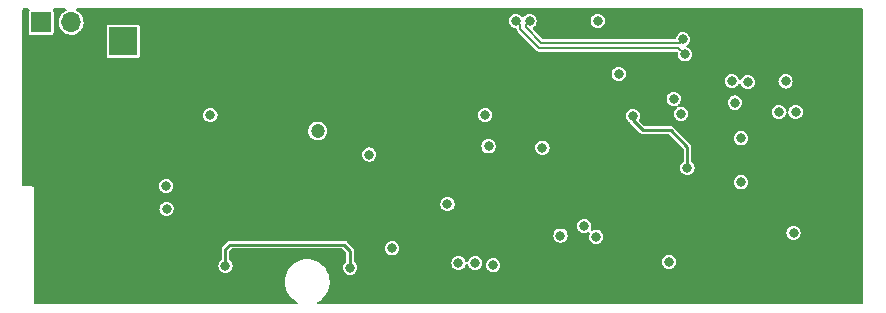
<source format=gbr>
%TF.GenerationSoftware,KiCad,Pcbnew,8.0.4*%
%TF.CreationDate,2024-09-18T09:12:31+01:00*%
%TF.ProjectId,BG95V4,42473935-5634-42e6-9b69-6361645f7063,rev?*%
%TF.SameCoordinates,Original*%
%TF.FileFunction,Copper,L2,Inr*%
%TF.FilePolarity,Positive*%
%FSLAX46Y46*%
G04 Gerber Fmt 4.6, Leading zero omitted, Abs format (unit mm)*
G04 Created by KiCad (PCBNEW 8.0.4) date 2024-09-18 09:12:31*
%MOMM*%
%LPD*%
G01*
G04 APERTURE LIST*
%TA.AperFunction,ComponentPad*%
%ADD10R,2.400000X2.400000*%
%TD*%
%TA.AperFunction,ComponentPad*%
%ADD11C,2.400000*%
%TD*%
%TA.AperFunction,ComponentPad*%
%ADD12R,1.700000X1.700000*%
%TD*%
%TA.AperFunction,ComponentPad*%
%ADD13O,1.700000X1.700000*%
%TD*%
%TA.AperFunction,ViaPad*%
%ADD14C,0.800000*%
%TD*%
%TA.AperFunction,ViaPad*%
%ADD15C,1.200000*%
%TD*%
%TA.AperFunction,Conductor*%
%ADD16C,0.250000*%
%TD*%
%TA.AperFunction,Conductor*%
%ADD17C,0.200000*%
%TD*%
G04 APERTURE END LIST*
D10*
%TO.N,/+3V6d*%
%TO.C,BT1*%
X11750000Y19500000D03*
D11*
%TO.N,GND*%
X11750000Y-1500000D03*
X15500000Y-1500000D03*
X8000000Y-1500000D03*
%TD*%
D12*
%TO.N,/+3V6*%
%TO.C,J1*%
X4800000Y21100000D03*
D13*
%TO.N,/+3V6d*%
X7340000Y21100000D03*
%TD*%
D14*
%TO.N,GND*%
X73533000Y13685394D03*
X31369000Y17399000D03*
X39370000Y16510000D03*
X73533000Y6065394D03*
X65913000Y21305394D03*
X73533000Y985394D03*
X73533000Y8605394D03*
X58432288Y3644211D03*
X48133000Y-1554606D03*
X15113000Y11145394D03*
X36195000Y13335000D03*
X70993000Y8605394D03*
X17653000Y-1554606D03*
X37973000Y-1554606D03*
X58293000Y-1554606D03*
X63373000Y21305394D03*
X44450000Y8890000D03*
X4749800Y15214600D03*
X35560000Y-1270000D03*
X30353000Y21305394D03*
X60147200Y10947400D03*
X73533000Y-1554606D03*
X41910000Y8890000D03*
X31496000Y13208000D03*
X18135600Y16179800D03*
X22733000Y16225394D03*
X20193000Y-1554606D03*
X7493000Y18765394D03*
X12573000Y11145394D03*
X70993000Y11145394D03*
X53213000Y-1554606D03*
X32893000Y13208000D03*
X60833000Y21305394D03*
X28575000Y13462000D03*
X55880000Y-1270000D03*
X36195000Y14478000D03*
X25273000Y985394D03*
X45720000Y-1270000D03*
X45593000Y3525394D03*
X12573000Y8605394D03*
X25908000Y14859000D03*
X22733000Y-1554606D03*
X15113000Y3525394D03*
X68453000Y21305394D03*
X10033000Y3525394D03*
X22707600Y21285200D03*
X32893000Y-1554606D03*
X25400000Y3810000D03*
X36195000Y16637000D03*
X32893000Y21305394D03*
X49430000Y13150000D03*
X36195000Y15494000D03*
X24511000Y14986000D03*
X22733000Y18765394D03*
X30353000Y-1554606D03*
X27051000Y13335000D03*
X11099800Y17170400D03*
X28829000Y14859000D03*
X14046200Y17170400D03*
X60833000Y-1554606D03*
X31089600Y19634200D03*
X70993000Y13685394D03*
X73533000Y11145394D03*
X70993000Y985394D03*
X68453000Y-1554606D03*
X63373000Y-1554606D03*
X54250000Y6740000D03*
X13106400Y13055600D03*
X10033000Y11145394D03*
X70993000Y3525394D03*
X20193000Y3525394D03*
X70993000Y-1554606D03*
X4953000Y11145394D03*
X73533000Y3525394D03*
X40640000Y-1270000D03*
X30607000Y14859000D03*
X50800000Y-1270000D03*
X7493000Y985394D03*
X43053000Y-1554606D03*
X9779000Y13055600D03*
X8331200Y17043400D03*
%TO.N,/uGND*%
X42675000Y10600000D03*
X34510000Y1960000D03*
X42400000Y13250000D03*
%TO.N,/uRST*%
X41540000Y719989D03*
%TO.N,/uCLK*%
X32580000Y9900000D03*
X39200000Y5700000D03*
%TO.N,/uData*%
X40130000Y720000D03*
%TO.N,/uVDD*%
X43070000Y530000D03*
%TO.N,/VBAT*%
X57960000Y830000D03*
X47233980Y10491020D03*
D15*
X28200000Y11900000D03*
D14*
%TO.N,/uStatus*%
X67825000Y16100000D03*
%TO.N,/uPWRKEY*%
X68675000Y13500000D03*
%TO.N,/uDTR*%
X63275000Y16125000D03*
%TO.N,/TxD*%
X64050000Y11275000D03*
%TO.N,/RxD*%
X64050000Y7550000D03*
%TO.N,/uDCD*%
X64625000Y16025000D03*
%TO.N,Net-(Q1-Pad3)*%
X15417800Y5308600D03*
%TO.N,/RXD*%
X50775000Y3850000D03*
%TO.N,/TXD*%
X51800000Y2950000D03*
%TO.N,/VDD_EXT*%
X58350000Y14625000D03*
%TO.N,/DTR*%
X58975000Y13350000D03*
%TO.N,/DCD*%
X48768000Y3048000D03*
%TO.N,/PWRKEY*%
X51917600Y21234400D03*
%TO.N,/Status*%
X53695600Y16738600D03*
%TO.N,/Alim*%
X20400000Y475000D03*
X30962600Y330200D03*
%TO.N,/+3V6d*%
X19126200Y13233400D03*
X15392400Y7239000D03*
%TO.N,/+3V3_UC*%
X68500000Y3275000D03*
X67250000Y13500000D03*
X63525000Y14300000D03*
%TO.N,/T*%
X59512200Y8763000D03*
X54889400Y13182600D03*
%TO.N,/D+*%
X59283600Y18389600D03*
X44983400Y21234400D03*
%TO.N,/D-*%
X46151800Y21183600D03*
X59125498Y19659600D03*
%TD*%
D16*
%TO.N,/Alim*%
X30454600Y2286000D02*
X20802600Y2286000D01*
X20400000Y1883400D02*
X20400000Y475000D01*
X20802600Y2286000D02*
X20400000Y1883400D01*
X30962600Y1778000D02*
X30454600Y2286000D01*
X30962600Y330200D02*
X30962600Y1778000D01*
%TO.N,/T*%
X54889400Y12801600D02*
X54889400Y13182600D01*
X58089800Y11963400D02*
X55727600Y11963400D01*
X59512200Y8763000D02*
X59512200Y10541000D01*
X59512200Y10541000D02*
X58089800Y11963400D01*
X55727600Y11963400D02*
X54889400Y12801600D01*
D17*
%TO.N,/D+*%
X45367999Y20849801D02*
X45367999Y20531601D01*
X44983400Y21234400D02*
X45367999Y20849801D01*
X58746600Y18926600D02*
X59283600Y18389600D01*
X46973000Y18926600D02*
X58746600Y18926600D01*
X45367999Y20531601D02*
X46973000Y18926600D01*
%TO.N,/D-*%
X46151800Y21183600D02*
X45818001Y20849801D01*
X45818001Y20849801D02*
X45818001Y20717999D01*
X58848200Y19376600D02*
X59131200Y19659600D01*
X47159400Y19376600D02*
X58848200Y19376600D01*
X59131200Y19659600D02*
X59125498Y19659600D01*
X45818001Y20717999D02*
X47159400Y19376600D01*
%TD*%
%TA.AperFunction,Conductor*%
%TO.N,GND*%
G36*
X3764691Y22264398D02*
G01*
X3811184Y22210742D01*
X3821288Y22140468D01*
X3801335Y22088398D01*
X3768027Y22038550D01*
X3768025Y22038546D01*
X3761133Y22028231D01*
X3749500Y21969748D01*
X3749500Y20230252D01*
X3750707Y20224184D01*
X3754331Y20205967D01*
X3761133Y20171769D01*
X3805448Y20105448D01*
X3871769Y20061133D01*
X3883938Y20058712D01*
X3883939Y20058712D01*
X3924184Y20050707D01*
X3930252Y20049500D01*
X5669748Y20049500D01*
X5675816Y20050707D01*
X5716061Y20058712D01*
X5716062Y20058712D01*
X5728231Y20061133D01*
X5794552Y20105448D01*
X5838867Y20171769D01*
X5845670Y20205967D01*
X5849293Y20224184D01*
X5850500Y20230252D01*
X5850500Y21969748D01*
X5838867Y22028231D01*
X5831975Y22038546D01*
X5831973Y22038550D01*
X5798665Y22088398D01*
X5777450Y22156150D01*
X5796233Y22224617D01*
X5849050Y22272061D01*
X5903430Y22284400D01*
X6825022Y22284400D01*
X6893143Y22264398D01*
X6939636Y22210742D01*
X6949740Y22140468D01*
X6920246Y22075888D01*
X6883398Y22046739D01*
X6762002Y21983274D01*
X6757201Y21979414D01*
X6757198Y21979412D01*
X6606254Y21858050D01*
X6601447Y21854185D01*
X6469024Y21696370D01*
X6466056Y21690972D01*
X6466053Y21690967D01*
X6396451Y21564360D01*
X6369776Y21515838D01*
X6307484Y21319468D01*
X6306798Y21313351D01*
X6306797Y21313347D01*
X6285207Y21120863D01*
X6284520Y21114738D01*
X6301759Y20909447D01*
X6303458Y20903522D01*
X6345955Y20755318D01*
X6358544Y20711414D01*
X6361359Y20705937D01*
X6361360Y20705934D01*
X6425122Y20581866D01*
X6452712Y20528182D01*
X6580677Y20366730D01*
X6585370Y20362736D01*
X6585371Y20362735D01*
X6608499Y20343052D01*
X6737564Y20233209D01*
X6917398Y20132703D01*
X7001280Y20105448D01*
X7107471Y20070944D01*
X7107475Y20070943D01*
X7113329Y20069041D01*
X7317894Y20044649D01*
X7324029Y20045121D01*
X7324031Y20045121D01*
X7396625Y20050707D01*
X7523300Y20060454D01*
X7529230Y20062110D01*
X7529232Y20062110D01*
X7715797Y20114200D01*
X7715796Y20114200D01*
X7721725Y20115855D01*
X7727214Y20118628D01*
X7727220Y20118630D01*
X7900116Y20205967D01*
X7905610Y20208742D01*
X7952943Y20245722D01*
X8063101Y20331787D01*
X8067951Y20335576D01*
X8117248Y20392687D01*
X8198540Y20486866D01*
X8198540Y20486867D01*
X8202564Y20491528D01*
X8216032Y20515235D01*
X8281111Y20629796D01*
X8304323Y20670656D01*
X8369351Y20866137D01*
X8395171Y21070526D01*
X8395583Y21100000D01*
X8382405Y21234400D01*
X44377718Y21234400D01*
X44398356Y21077638D01*
X44458864Y20931559D01*
X44555118Y20806118D01*
X44680559Y20709864D01*
X44826638Y20649356D01*
X44875388Y20642938D01*
X44957945Y20632069D01*
X45022873Y20603347D01*
X45061964Y20544081D01*
X45066296Y20515173D01*
X45066966Y20515235D01*
X45067499Y20509461D01*
X45067499Y20503653D01*
X45068381Y20498918D01*
X45068609Y20495392D01*
X45069773Y20464393D01*
X45074363Y20453708D01*
X45075400Y20449108D01*
X45078961Y20437387D01*
X45080660Y20432984D01*
X45082790Y20421548D01*
X45088894Y20411646D01*
X45095726Y20400562D01*
X45104230Y20384190D01*
X45110450Y20369713D01*
X45110452Y20369709D01*
X45113963Y20361538D01*
X45117977Y20356652D01*
X45120162Y20354467D01*
X45122214Y20352204D01*
X45122054Y20352059D01*
X45129174Y20343052D01*
X45135426Y20336157D01*
X45141531Y20326253D01*
X45163319Y20309685D01*
X45176138Y20298491D01*
X46723481Y18751148D01*
X46725237Y18749114D01*
X46727575Y18744331D01*
X46736104Y18736419D01*
X46736105Y18736418D01*
X46763477Y18711027D01*
X46766882Y18707747D01*
X46780277Y18694352D01*
X46784247Y18691628D01*
X46786895Y18689303D01*
X46801119Y18676108D01*
X46801122Y18676106D01*
X46809646Y18668199D01*
X46820450Y18663889D01*
X46824439Y18661367D01*
X46835227Y18655606D01*
X46839552Y18653689D01*
X46849146Y18647108D01*
X46860465Y18644422D01*
X46860467Y18644421D01*
X46873127Y18641417D01*
X46890724Y18635852D01*
X46905362Y18630012D01*
X46905365Y18630011D01*
X46913622Y18626717D01*
X46919915Y18626100D01*
X46922994Y18626100D01*
X46926067Y18625950D01*
X46926056Y18625734D01*
X46937431Y18624402D01*
X46946746Y18623946D01*
X46958066Y18621260D01*
X46969595Y18622829D01*
X46969596Y18622829D01*
X46985173Y18624949D01*
X47002164Y18626100D01*
X58565378Y18626100D01*
X58633499Y18606098D01*
X58679992Y18552442D01*
X58690300Y18483654D01*
X58677918Y18389600D01*
X58698556Y18232838D01*
X58759064Y18086759D01*
X58855318Y17961318D01*
X58980759Y17865064D01*
X59126838Y17804556D01*
X59283600Y17783918D01*
X59291788Y17784996D01*
X59432174Y17803478D01*
X59440362Y17804556D01*
X59586441Y17865064D01*
X59711882Y17961318D01*
X59808136Y18086759D01*
X59868644Y18232838D01*
X59889282Y18389600D01*
X59868644Y18546362D01*
X59808136Y18692441D01*
X59711882Y18817882D01*
X59586441Y18914136D01*
X59498409Y18950600D01*
X59443128Y18995148D01*
X59420707Y19062512D01*
X59438265Y19131303D01*
X59469923Y19166971D01*
X59547230Y19226291D01*
X59547234Y19226295D01*
X59553780Y19231318D01*
X59650034Y19356759D01*
X59710542Y19502838D01*
X59731180Y19659600D01*
X59710542Y19816362D01*
X59650034Y19962441D01*
X59574305Y20061133D01*
X59558803Y20081336D01*
X59553780Y20087882D01*
X59530888Y20105448D01*
X59434890Y20179109D01*
X59428339Y20184136D01*
X59282260Y20244644D01*
X59125498Y20265282D01*
X58968736Y20244644D01*
X58822657Y20184136D01*
X58816106Y20179109D01*
X58720109Y20105448D01*
X58697216Y20087882D01*
X58692193Y20081336D01*
X58676691Y20061133D01*
X58600962Y19962441D01*
X58540454Y19816362D01*
X58539376Y19808174D01*
X58536543Y19786654D01*
X58507821Y19721727D01*
X58448556Y19682635D01*
X58411621Y19677100D01*
X47336063Y19677100D01*
X47267942Y19697102D01*
X47246968Y19714004D01*
X46862415Y20098557D01*
X46469815Y20491156D01*
X46435790Y20553469D01*
X46440854Y20624284D01*
X46482206Y20680214D01*
X46573532Y20750291D01*
X46573536Y20750295D01*
X46580082Y20755318D01*
X46676336Y20880759D01*
X46736844Y21026838D01*
X46757482Y21183600D01*
X46750794Y21234400D01*
X51311918Y21234400D01*
X51332556Y21077638D01*
X51393064Y20931559D01*
X51489318Y20806118D01*
X51614759Y20709864D01*
X51760838Y20649356D01*
X51917600Y20628718D01*
X51925788Y20629796D01*
X51943054Y20632069D01*
X52074362Y20649356D01*
X52220441Y20709864D01*
X52345882Y20806118D01*
X52442136Y20931559D01*
X52502644Y21077638D01*
X52523282Y21234400D01*
X52502644Y21391162D01*
X52442136Y21537241D01*
X52345882Y21662682D01*
X52220441Y21758936D01*
X52074362Y21819444D01*
X51917600Y21840082D01*
X51760838Y21819444D01*
X51614759Y21758936D01*
X51489318Y21662682D01*
X51393064Y21537241D01*
X51332556Y21391162D01*
X51311918Y21234400D01*
X46750794Y21234400D01*
X46736844Y21340362D01*
X46676336Y21486441D01*
X46580082Y21611882D01*
X46454641Y21708136D01*
X46308562Y21768644D01*
X46151800Y21789282D01*
X45995038Y21768644D01*
X45848959Y21708136D01*
X45723518Y21611882D01*
X45718495Y21605336D01*
X45718491Y21605332D01*
X45687052Y21564360D01*
X45629714Y21522493D01*
X45558843Y21518271D01*
X45496941Y21553035D01*
X45487127Y21564360D01*
X45416705Y21656136D01*
X45411682Y21662682D01*
X45286241Y21758936D01*
X45140162Y21819444D01*
X44983400Y21840082D01*
X44826638Y21819444D01*
X44680559Y21758936D01*
X44555118Y21662682D01*
X44458864Y21537241D01*
X44398356Y21391162D01*
X44377718Y21234400D01*
X8382405Y21234400D01*
X8375480Y21305030D01*
X8315935Y21502251D01*
X8219218Y21684151D01*
X8111453Y21816284D01*
X8092906Y21839025D01*
X8092903Y21839028D01*
X8089011Y21843800D01*
X8071786Y21858050D01*
X7935025Y21971189D01*
X7935021Y21971191D01*
X7930275Y21975118D01*
X7854552Y22016061D01*
X7796289Y22047564D01*
X7745880Y22097559D01*
X7730503Y22166870D01*
X7755039Y22233492D01*
X7811699Y22276273D01*
X7856218Y22284400D01*
X74293200Y22284400D01*
X74361321Y22264398D01*
X74407814Y22210742D01*
X74419200Y22158400D01*
X74419200Y-2654000D01*
X74399198Y-2722121D01*
X74345542Y-2768614D01*
X74293200Y-2780000D01*
X28280674Y-2780000D01*
X28212553Y-2759998D01*
X28166060Y-2706342D01*
X28155956Y-2636068D01*
X28185450Y-2571488D01*
X28219492Y-2543851D01*
X28369835Y-2460343D01*
X28369836Y-2460342D01*
X28373828Y-2458125D01*
X28593078Y-2290798D01*
X28596273Y-2287530D01*
X28782683Y-2096842D01*
X28782687Y-2096837D01*
X28785877Y-2093574D01*
X28948187Y-1870584D01*
X29076606Y-1626499D01*
X29168445Y-1366432D01*
X29204916Y-1181392D01*
X29220899Y-1100304D01*
X29220900Y-1100298D01*
X29221780Y-1095832D01*
X29222007Y-1091276D01*
X29235267Y-824936D01*
X29235267Y-824930D01*
X29235494Y-820367D01*
X29209298Y-545808D01*
X29143743Y-277906D01*
X29040201Y-22274D01*
X29037900Y-18344D01*
X29037897Y-18338D01*
X28903145Y211803D01*
X28903140Y211810D01*
X28900842Y215735D01*
X28874946Y248116D01*
X28731436Y427566D01*
X28731435Y427567D01*
X28728584Y431132D01*
X28677584Y478774D01*
X28530372Y616292D01*
X28530369Y616294D01*
X28527036Y619408D01*
X28300421Y776616D01*
X28261639Y795910D01*
X28057573Y897432D01*
X28057570Y897433D01*
X28053486Y899465D01*
X27791402Y985380D01*
X27783443Y986762D01*
X27523443Y1031906D01*
X27523435Y1031907D01*
X27519662Y1032562D01*
X27509429Y1033071D01*
X27434095Y1036822D01*
X27434087Y1036822D01*
X27432524Y1036900D01*
X27260330Y1036900D01*
X27258062Y1036735D01*
X27258050Y1036735D01*
X27123797Y1026994D01*
X27055317Y1022025D01*
X27050862Y1021041D01*
X27050859Y1021041D01*
X26790453Y963548D01*
X26790450Y963547D01*
X26785997Y962564D01*
X26528081Y864849D01*
X26524094Y862635D01*
X26524093Y862634D01*
X26444639Y818501D01*
X26286972Y730925D01*
X26067722Y563598D01*
X26064529Y560332D01*
X26064527Y560330D01*
X25878117Y369642D01*
X25878113Y369637D01*
X25874923Y366374D01*
X25872236Y362682D01*
X25872234Y362680D01*
X25728936Y165809D01*
X25712613Y143384D01*
X25584194Y-100701D01*
X25492355Y-360768D01*
X25491475Y-365234D01*
X25454987Y-550360D01*
X25439020Y-631368D01*
X25438793Y-635922D01*
X25438793Y-635924D01*
X25429611Y-820367D01*
X25425306Y-906833D01*
X25451502Y-1181392D01*
X25517057Y-1449294D01*
X25620599Y-1704926D01*
X25622900Y-1708856D01*
X25622903Y-1708862D01*
X25757655Y-1939003D01*
X25757660Y-1939010D01*
X25759958Y-1942935D01*
X25762805Y-1946495D01*
X25880428Y-2093574D01*
X25932216Y-2158332D01*
X26133764Y-2346608D01*
X26360379Y-2503816D01*
X26364455Y-2505844D01*
X26364457Y-2505845D01*
X26435501Y-2541189D01*
X26487582Y-2589440D01*
X26505308Y-2658188D01*
X26483053Y-2725606D01*
X26427882Y-2770290D01*
X26379378Y-2780000D01*
X4326000Y-2780000D01*
X4257879Y-2759998D01*
X4211386Y-2706342D01*
X4200000Y-2654000D01*
X4200000Y475000D01*
X19794318Y475000D01*
X19814956Y318238D01*
X19875464Y172159D01*
X19971718Y46718D01*
X19978264Y41695D01*
X19996947Y27359D01*
X20097159Y-49536D01*
X20243238Y-110044D01*
X20400000Y-130682D01*
X20408188Y-129604D01*
X20548574Y-111122D01*
X20556762Y-110044D01*
X20702841Y-49536D01*
X20803053Y27359D01*
X20821736Y41695D01*
X20828282Y46718D01*
X20924536Y172159D01*
X20985044Y318238D01*
X21005682Y475000D01*
X20985044Y631762D01*
X20924536Y777841D01*
X20828282Y903282D01*
X20774796Y944323D01*
X20732929Y1001661D01*
X20725500Y1044286D01*
X20725500Y1696383D01*
X20745502Y1764504D01*
X20762405Y1785479D01*
X20900523Y1923596D01*
X20962835Y1957621D01*
X20989618Y1960500D01*
X30267583Y1960500D01*
X30335704Y1940498D01*
X30356679Y1923595D01*
X30600196Y1680077D01*
X30634221Y1617765D01*
X30637100Y1590982D01*
X30637100Y899486D01*
X30617098Y831365D01*
X30587804Y799523D01*
X30534318Y758482D01*
X30438064Y633041D01*
X30377556Y486962D01*
X30356918Y330200D01*
X30377556Y173438D01*
X30438064Y27359D01*
X30534318Y-98082D01*
X30659759Y-194336D01*
X30805838Y-254844D01*
X30962600Y-275482D01*
X30970788Y-274404D01*
X30976326Y-273675D01*
X31119362Y-254844D01*
X31265441Y-194336D01*
X31390882Y-98082D01*
X31487136Y27359D01*
X31547644Y173438D01*
X31568282Y330200D01*
X31547644Y486962D01*
X31487136Y633041D01*
X31420410Y720000D01*
X39524318Y720000D01*
X39544956Y563238D01*
X39605464Y417159D01*
X39701718Y291718D01*
X39827159Y195464D01*
X39973238Y134956D01*
X40130000Y114318D01*
X40138188Y115396D01*
X40278574Y133878D01*
X40286762Y134956D01*
X40432841Y195464D01*
X40558282Y291718D01*
X40654536Y417159D01*
X40711879Y555597D01*
X40711885Y555611D01*
X40711885Y555612D01*
X40715044Y563238D01*
X40715128Y563877D01*
X40750245Y621488D01*
X40814106Y652509D01*
X40884601Y644079D01*
X40939347Y598875D01*
X40954685Y565286D01*
X40954956Y563227D01*
X40958115Y555600D01*
X40958116Y555597D01*
X40972609Y520608D01*
X41015464Y417148D01*
X41111718Y291707D01*
X41237159Y195453D01*
X41364947Y142521D01*
X41375583Y138116D01*
X41383238Y134945D01*
X41540000Y114307D01*
X41548188Y115385D01*
X41688574Y133867D01*
X41696762Y134945D01*
X41704418Y138116D01*
X41715053Y142521D01*
X41842841Y195453D01*
X41968282Y291707D01*
X42064536Y417148D01*
X42111281Y530000D01*
X42464318Y530000D01*
X42484956Y373238D01*
X42545464Y227159D01*
X42587667Y172159D01*
X42631223Y115396D01*
X42641718Y101718D01*
X42767159Y5464D01*
X42844332Y-26502D01*
X42899941Y-49536D01*
X42913238Y-55044D01*
X43070000Y-75682D01*
X43078188Y-74604D01*
X43218574Y-56122D01*
X43226762Y-55044D01*
X43240060Y-49536D01*
X43295668Y-26502D01*
X43372841Y5464D01*
X43498282Y101718D01*
X43508778Y115396D01*
X43552333Y172159D01*
X43594536Y227159D01*
X43655044Y373238D01*
X43675682Y530000D01*
X43655044Y686762D01*
X43595713Y830000D01*
X57354318Y830000D01*
X57374956Y673238D01*
X57435464Y527159D01*
X57531718Y401718D01*
X57657159Y305464D01*
X57803238Y244956D01*
X57960000Y224318D01*
X57968188Y225396D01*
X57981580Y227159D01*
X58116762Y244956D01*
X58262841Y305464D01*
X58388282Y401718D01*
X58484536Y527159D01*
X58545044Y673238D01*
X58565682Y830000D01*
X58545044Y986762D01*
X58484536Y1132841D01*
X58388282Y1258282D01*
X58262841Y1354536D01*
X58116762Y1415044D01*
X57960000Y1435682D01*
X57803238Y1415044D01*
X57657159Y1354536D01*
X57531718Y1258282D01*
X57435464Y1132841D01*
X57374956Y986762D01*
X57354318Y830000D01*
X43595713Y830000D01*
X43594536Y832841D01*
X43498282Y958282D01*
X43372841Y1054536D01*
X43226762Y1115044D01*
X43070000Y1135682D01*
X42913238Y1115044D01*
X42767159Y1054536D01*
X42641718Y958282D01*
X42545464Y832841D01*
X42484956Y686762D01*
X42464318Y530000D01*
X42111281Y530000D01*
X42125044Y563227D01*
X42145682Y719989D01*
X42125044Y876751D01*
X42064536Y1022830D01*
X41968282Y1148271D01*
X41842841Y1244525D01*
X41696762Y1305033D01*
X41540000Y1325671D01*
X41383238Y1305033D01*
X41237159Y1244525D01*
X41111718Y1148271D01*
X41015464Y1022830D01*
X40997133Y978574D01*
X40958121Y884391D01*
X40954956Y876751D01*
X40954872Y876112D01*
X40919755Y818501D01*
X40855894Y787480D01*
X40785399Y795910D01*
X40730653Y841114D01*
X40715315Y874703D01*
X40715044Y876762D01*
X40706771Y896736D01*
X40657696Y1015211D01*
X40654536Y1022841D01*
X40570130Y1132841D01*
X40563305Y1141736D01*
X40558282Y1148282D01*
X40432841Y1244536D01*
X40305053Y1297468D01*
X40294391Y1301884D01*
X40286762Y1305044D01*
X40130000Y1325682D01*
X39973238Y1305044D01*
X39965609Y1301884D01*
X39954947Y1297468D01*
X39827159Y1244536D01*
X39701718Y1148282D01*
X39696695Y1141736D01*
X39689870Y1132841D01*
X39605464Y1022841D01*
X39544956Y876762D01*
X39543878Y868574D01*
X39543388Y864849D01*
X39524318Y720000D01*
X31420410Y720000D01*
X31390882Y758482D01*
X31337396Y799523D01*
X31295529Y856861D01*
X31288100Y899486D01*
X31288100Y1758302D01*
X31288580Y1769284D01*
X31290902Y1795820D01*
X31290902Y1795822D01*
X31291863Y1806807D01*
X31282112Y1843197D01*
X31279732Y1853931D01*
X31275102Y1880188D01*
X31273188Y1891045D01*
X31267676Y1900593D01*
X31266483Y1903870D01*
X31265006Y1907038D01*
X31262153Y1917684D01*
X31240542Y1948548D01*
X31234638Y1957816D01*
X31233377Y1960000D01*
X33904318Y1960000D01*
X33924956Y1803238D01*
X33985464Y1657159D01*
X34081718Y1531718D01*
X34207159Y1435464D01*
X34353238Y1374956D01*
X34510000Y1354318D01*
X34518188Y1355396D01*
X34535659Y1357696D01*
X34666762Y1374956D01*
X34812841Y1435464D01*
X34938282Y1531718D01*
X35034536Y1657159D01*
X35095044Y1803238D01*
X35115682Y1960000D01*
X35095044Y2116762D01*
X35034536Y2262841D01*
X34938282Y2388282D01*
X34812841Y2484536D01*
X34666762Y2545044D01*
X34510000Y2565682D01*
X34353238Y2545044D01*
X34207159Y2484536D01*
X34081718Y2388282D01*
X33985464Y2262841D01*
X33924956Y2116762D01*
X33904318Y1960000D01*
X31233377Y1960000D01*
X31221304Y1980911D01*
X31215794Y1990455D01*
X31186930Y2014675D01*
X31178827Y2022100D01*
X30698704Y2502222D01*
X30691277Y2510327D01*
X30667055Y2539194D01*
X30655055Y2546122D01*
X30634415Y2558039D01*
X30625144Y2563945D01*
X30603315Y2579230D01*
X30594284Y2585554D01*
X30583634Y2588408D01*
X30580466Y2589885D01*
X30577190Y2591077D01*
X30567645Y2596588D01*
X30533901Y2602538D01*
X30530542Y2603130D01*
X30519815Y2605508D01*
X30483407Y2615264D01*
X30472422Y2614303D01*
X30472420Y2614303D01*
X30445872Y2611980D01*
X30434890Y2611500D01*
X20822310Y2611500D01*
X20811328Y2611980D01*
X20784777Y2614303D01*
X20784771Y2614302D01*
X20773793Y2615263D01*
X20763146Y2612410D01*
X20737404Y2605512D01*
X20726669Y2603132D01*
X20726658Y2603130D01*
X20689555Y2596588D01*
X20680007Y2591076D01*
X20676730Y2589883D01*
X20673562Y2588406D01*
X20662916Y2585553D01*
X20653887Y2579231D01*
X20632053Y2563943D01*
X20622785Y2558039D01*
X20590145Y2539194D01*
X20583062Y2530753D01*
X20583061Y2530752D01*
X20565925Y2510330D01*
X20558500Y2502227D01*
X20183778Y2127504D01*
X20175674Y2120078D01*
X20146806Y2095855D01*
X20141293Y2086306D01*
X20127961Y2063215D01*
X20122055Y2053944D01*
X20100446Y2023084D01*
X20097592Y2012434D01*
X20096115Y2009266D01*
X20094923Y2005990D01*
X20089412Y1996445D01*
X20084430Y1968188D01*
X20082870Y1959342D01*
X20080492Y1948615D01*
X20070736Y1912207D01*
X20071697Y1901222D01*
X20071697Y1901220D01*
X20074020Y1874672D01*
X20074500Y1863690D01*
X20074500Y1044286D01*
X20054498Y976165D01*
X20025204Y944323D01*
X19971718Y903282D01*
X19875464Y777841D01*
X19814956Y631762D01*
X19794318Y475000D01*
X4200000Y475000D01*
X4200000Y3048000D01*
X48162318Y3048000D01*
X48182956Y2891238D01*
X48243464Y2745159D01*
X48339718Y2619718D01*
X48465159Y2523464D01*
X48611238Y2462956D01*
X48768000Y2442318D01*
X48776188Y2443396D01*
X48916574Y2461878D01*
X48924762Y2462956D01*
X49070841Y2523464D01*
X49196282Y2619718D01*
X49292536Y2745159D01*
X49353044Y2891238D01*
X49373682Y3048000D01*
X49353044Y3204762D01*
X49292536Y3350841D01*
X49196282Y3476282D01*
X49070841Y3572536D01*
X48924762Y3633044D01*
X48768000Y3653682D01*
X48611238Y3633044D01*
X48465159Y3572536D01*
X48339718Y3476282D01*
X48243464Y3350841D01*
X48182956Y3204762D01*
X48162318Y3048000D01*
X4200000Y3048000D01*
X4200000Y3850000D01*
X50169318Y3850000D01*
X50189956Y3693238D01*
X50250464Y3547159D01*
X50346718Y3421718D01*
X50472159Y3325464D01*
X50618238Y3264956D01*
X50775000Y3244318D01*
X50783188Y3245396D01*
X50923574Y3263878D01*
X50931762Y3264956D01*
X50939389Y3268115D01*
X50939392Y3268116D01*
X51071669Y3322907D01*
X51142259Y3330496D01*
X51205746Y3298717D01*
X51241973Y3237658D01*
X51239439Y3166707D01*
X51236295Y3158279D01*
X51218117Y3114395D01*
X51218116Y3114391D01*
X51214956Y3106762D01*
X51194318Y2950000D01*
X51214956Y2793238D01*
X51275464Y2647159D01*
X51371718Y2521718D01*
X51497159Y2425464D01*
X51643238Y2364956D01*
X51800000Y2344318D01*
X51808188Y2345396D01*
X51948574Y2363878D01*
X51956762Y2364956D01*
X52102841Y2425464D01*
X52228282Y2521718D01*
X52324536Y2647159D01*
X52385044Y2793238D01*
X52405682Y2950000D01*
X52385044Y3106762D01*
X52380291Y3118238D01*
X52360214Y3166707D01*
X52324536Y3252841D01*
X52307533Y3275000D01*
X67894318Y3275000D01*
X67914956Y3118238D01*
X67918116Y3110609D01*
X67922532Y3099947D01*
X67975464Y2972159D01*
X68071718Y2846718D01*
X68197159Y2750464D01*
X68343238Y2689956D01*
X68500000Y2669318D01*
X68508188Y2670396D01*
X68648574Y2688878D01*
X68656762Y2689956D01*
X68802841Y2750464D01*
X68928282Y2846718D01*
X69024536Y2972159D01*
X69077468Y3099947D01*
X69081884Y3110609D01*
X69085044Y3118238D01*
X69105682Y3275000D01*
X69085044Y3431762D01*
X69024536Y3577841D01*
X68928282Y3703282D01*
X68802841Y3799536D01*
X68656762Y3860044D01*
X68500000Y3880682D01*
X68343238Y3860044D01*
X68197159Y3799536D01*
X68071718Y3703282D01*
X67975464Y3577841D01*
X67914956Y3431762D01*
X67894318Y3275000D01*
X52307533Y3275000D01*
X52228282Y3378282D01*
X52102841Y3474536D01*
X51956762Y3535044D01*
X51800000Y3555682D01*
X51643238Y3535044D01*
X51635611Y3531885D01*
X51635608Y3531884D01*
X51503331Y3477093D01*
X51432741Y3469504D01*
X51369254Y3501283D01*
X51333027Y3562342D01*
X51335561Y3633293D01*
X51338705Y3641721D01*
X51356883Y3685605D01*
X51356884Y3685610D01*
X51360044Y3693238D01*
X51380682Y3850000D01*
X51360044Y4006762D01*
X51299536Y4152841D01*
X51203282Y4278282D01*
X51077841Y4374536D01*
X50931762Y4435044D01*
X50775000Y4455682D01*
X50618238Y4435044D01*
X50472159Y4374536D01*
X50346718Y4278282D01*
X50250464Y4152841D01*
X50189956Y4006762D01*
X50169318Y3850000D01*
X4200000Y3850000D01*
X4200000Y5308600D01*
X14812118Y5308600D01*
X14832756Y5151838D01*
X14893264Y5005759D01*
X14989518Y4880318D01*
X15114959Y4784064D01*
X15261038Y4723556D01*
X15417800Y4702918D01*
X15425988Y4703996D01*
X15566374Y4722478D01*
X15574562Y4723556D01*
X15720641Y4784064D01*
X15846082Y4880318D01*
X15942336Y5005759D01*
X16002844Y5151838D01*
X16023482Y5308600D01*
X16013163Y5386981D01*
X16003922Y5457174D01*
X16002844Y5465362D01*
X15942336Y5611441D01*
X15874382Y5700000D01*
X38594318Y5700000D01*
X38595396Y5691812D01*
X38605115Y5617992D01*
X38614956Y5543238D01*
X38675464Y5397159D01*
X38771718Y5271718D01*
X38897159Y5175464D01*
X39043238Y5114956D01*
X39200000Y5094318D01*
X39208188Y5095396D01*
X39348574Y5113878D01*
X39356762Y5114956D01*
X39502841Y5175464D01*
X39628282Y5271718D01*
X39724536Y5397159D01*
X39785044Y5543238D01*
X39794886Y5617992D01*
X39804604Y5691812D01*
X39805682Y5700000D01*
X39785044Y5856762D01*
X39724536Y6002841D01*
X39628282Y6128282D01*
X39502841Y6224536D01*
X39356762Y6285044D01*
X39200000Y6305682D01*
X39043238Y6285044D01*
X38897159Y6224536D01*
X38771718Y6128282D01*
X38675464Y6002841D01*
X38614956Y5856762D01*
X38594318Y5700000D01*
X15874382Y5700000D01*
X15846082Y5736882D01*
X15720641Y5833136D01*
X15574562Y5893644D01*
X15417800Y5914282D01*
X15261038Y5893644D01*
X15114959Y5833136D01*
X14989518Y5736882D01*
X14893264Y5611441D01*
X14832756Y5465362D01*
X14831678Y5457174D01*
X14822437Y5386981D01*
X14812118Y5308600D01*
X4200000Y5308600D01*
X4200000Y6994123D01*
X4200033Y7031258D01*
X4200033Y7031260D01*
X4200045Y7045449D01*
X4193902Y7058242D01*
X4192773Y7063210D01*
X4190215Y7070535D01*
X4188006Y7075125D01*
X4184850Y7088962D01*
X4176006Y7100061D01*
X4173636Y7104985D01*
X4170084Y7110647D01*
X4166688Y7114916D01*
X4160547Y7127705D01*
X4149464Y7136568D01*
X4146293Y7140554D01*
X4140809Y7146048D01*
X4136827Y7149227D01*
X4127985Y7160323D01*
X4115207Y7166486D01*
X4110936Y7169896D01*
X4105286Y7173454D01*
X4100366Y7175832D01*
X4089285Y7184694D01*
X4075457Y7187874D01*
X4070876Y7190088D01*
X4063551Y7192661D01*
X4058580Y7193799D01*
X4045798Y7199965D01*
X4022787Y7199985D01*
X4022789Y7201997D01*
X4022723Y7202012D01*
X4022723Y7200000D01*
X4005877Y7200000D01*
X3954551Y7200045D01*
X3954555Y7204850D01*
X3954457Y7204856D01*
X3954457Y7200000D01*
X3326000Y7200000D01*
X3257879Y7220002D01*
X3241417Y7239000D01*
X14786718Y7239000D01*
X14807356Y7082238D01*
X14867864Y6936159D01*
X14964118Y6810718D01*
X15089559Y6714464D01*
X15235638Y6653956D01*
X15392400Y6633318D01*
X15400588Y6634396D01*
X15540974Y6652878D01*
X15549162Y6653956D01*
X15695241Y6714464D01*
X15820682Y6810718D01*
X15916936Y6936159D01*
X15977444Y7082238D01*
X15998082Y7239000D01*
X15977444Y7395762D01*
X15916936Y7541841D01*
X15910675Y7550000D01*
X63444318Y7550000D01*
X63464956Y7393238D01*
X63525464Y7247159D01*
X63621718Y7121718D01*
X63747159Y7025464D01*
X63893238Y6964956D01*
X64050000Y6944318D01*
X64058188Y6945396D01*
X64198574Y6963878D01*
X64206762Y6964956D01*
X64352841Y7025464D01*
X64478282Y7121718D01*
X64574536Y7247159D01*
X64635044Y7393238D01*
X64655682Y7550000D01*
X64635044Y7706762D01*
X64574536Y7852841D01*
X64478282Y7978282D01*
X64352841Y8074536D01*
X64206762Y8135044D01*
X64050000Y8155682D01*
X63893238Y8135044D01*
X63747159Y8074536D01*
X63621718Y7978282D01*
X63525464Y7852841D01*
X63464956Y7706762D01*
X63444318Y7550000D01*
X15910675Y7550000D01*
X15820682Y7667282D01*
X15695241Y7763536D01*
X15549162Y7824044D01*
X15392400Y7844682D01*
X15235638Y7824044D01*
X15089559Y7763536D01*
X14964118Y7667282D01*
X14867864Y7541841D01*
X14807356Y7395762D01*
X14786718Y7239000D01*
X3241417Y7239000D01*
X3211386Y7273658D01*
X3200000Y7326000D01*
X3200000Y9900000D01*
X31974318Y9900000D01*
X31994956Y9743238D01*
X32055464Y9597159D01*
X32151718Y9471718D01*
X32277159Y9375464D01*
X32423238Y9314956D01*
X32580000Y9294318D01*
X32588188Y9295396D01*
X32728574Y9313878D01*
X32736762Y9314956D01*
X32882841Y9375464D01*
X33008282Y9471718D01*
X33104536Y9597159D01*
X33165044Y9743238D01*
X33185682Y9900000D01*
X33165044Y10056762D01*
X33104536Y10202841D01*
X33008282Y10328282D01*
X32882841Y10424536D01*
X32736762Y10485044D01*
X32580000Y10505682D01*
X32423238Y10485044D01*
X32277159Y10424536D01*
X32151718Y10328282D01*
X32055464Y10202841D01*
X31994956Y10056762D01*
X31974318Y9900000D01*
X3200000Y9900000D01*
X3200000Y10600000D01*
X42069318Y10600000D01*
X42089956Y10443238D01*
X42150464Y10297159D01*
X42246718Y10171718D01*
X42372159Y10075464D01*
X42518238Y10014956D01*
X42675000Y9994318D01*
X42683188Y9995396D01*
X42823574Y10013878D01*
X42831762Y10014956D01*
X42977841Y10075464D01*
X43103282Y10171718D01*
X43199536Y10297159D01*
X43260044Y10443238D01*
X43266335Y10491020D01*
X46628298Y10491020D01*
X46648936Y10334258D01*
X46709444Y10188179D01*
X46805698Y10062738D01*
X46931139Y9966484D01*
X47077218Y9905976D01*
X47233980Y9885338D01*
X47242168Y9886416D01*
X47382554Y9904898D01*
X47390742Y9905976D01*
X47536821Y9966484D01*
X47662262Y10062738D01*
X47758516Y10188179D01*
X47819024Y10334258D01*
X47839662Y10491020D01*
X47819024Y10647782D01*
X47758516Y10793861D01*
X47662262Y10919302D01*
X47536821Y11015556D01*
X47390742Y11076064D01*
X47233980Y11096702D01*
X47077218Y11076064D01*
X46931139Y11015556D01*
X46805698Y10919302D01*
X46709444Y10793861D01*
X46648936Y10647782D01*
X46628298Y10491020D01*
X43266335Y10491020D01*
X43280682Y10600000D01*
X43260044Y10756762D01*
X43199536Y10902841D01*
X43103282Y11028282D01*
X42977841Y11124536D01*
X42831762Y11185044D01*
X42675000Y11205682D01*
X42518238Y11185044D01*
X42372159Y11124536D01*
X42246718Y11028282D01*
X42150464Y10902841D01*
X42089956Y10756762D01*
X42069318Y10600000D01*
X3200000Y10600000D01*
X3200000Y11911247D01*
X27394514Y11911247D01*
X27395201Y11904240D01*
X27395201Y11904237D01*
X27399844Y11856884D01*
X27412039Y11732514D01*
X27414262Y11725832D01*
X27414262Y11725831D01*
X27444765Y11634136D01*
X27468726Y11562104D01*
X27472373Y11556082D01*
X27552623Y11423574D01*
X27561759Y11408488D01*
X27686514Y11279301D01*
X27836789Y11180964D01*
X28005116Y11118364D01*
X28012097Y11117433D01*
X28012099Y11117432D01*
X28176149Y11095543D01*
X28176153Y11095543D01*
X28183130Y11094612D01*
X28190142Y11095250D01*
X28190146Y11095250D01*
X28354960Y11110249D01*
X28354961Y11110249D01*
X28361981Y11110888D01*
X28532782Y11166385D01*
X28564083Y11185044D01*
X28680992Y11254735D01*
X28680994Y11254736D01*
X28687044Y11258343D01*
X28817099Y11382193D01*
X28834570Y11408488D01*
X28912582Y11525907D01*
X28916483Y11531778D01*
X28949197Y11617898D01*
X28977757Y11693081D01*
X28977758Y11693086D01*
X28980257Y11699664D01*
X28981237Y11706636D01*
X29004700Y11873584D01*
X29004700Y11873589D01*
X29005251Y11877507D01*
X29005565Y11900000D01*
X28985546Y12078472D01*
X28979427Y12096045D01*
X28935527Y12222107D01*
X28926485Y12248073D01*
X28917187Y12262954D01*
X28835049Y12394401D01*
X28831316Y12400375D01*
X28767771Y12464365D01*
X28709733Y12522810D01*
X28709729Y12522813D01*
X28704770Y12527807D01*
X28693761Y12534794D01*
X28646297Y12564915D01*
X28553136Y12624037D01*
X28523352Y12634643D01*
X28390586Y12681919D01*
X28390581Y12681920D01*
X28383951Y12684281D01*
X28376965Y12685114D01*
X28376961Y12685115D01*
X28249177Y12700352D01*
X28205624Y12705545D01*
X28198621Y12704809D01*
X28198620Y12704809D01*
X28034025Y12687510D01*
X28034021Y12687509D01*
X28027017Y12686773D01*
X28020346Y12684502D01*
X27863677Y12631168D01*
X27863674Y12631167D01*
X27857007Y12628897D01*
X27851009Y12625207D01*
X27851007Y12625206D01*
X27807906Y12598690D01*
X27704045Y12534794D01*
X27699014Y12529868D01*
X27699011Y12529865D01*
X27691807Y12522810D01*
X27575732Y12409141D01*
X27571913Y12403216D01*
X27571912Y12403214D01*
X27500048Y12291703D01*
X27478446Y12258183D01*
X27476037Y12251563D01*
X27476035Y12251560D01*
X27451268Y12183512D01*
X27417022Y12089422D01*
X27394514Y11911247D01*
X3200000Y11911247D01*
X3200000Y13233400D01*
X18520518Y13233400D01*
X18541156Y13076638D01*
X18601664Y12930559D01*
X18697918Y12805118D01*
X18704464Y12800095D01*
X18725131Y12784237D01*
X18823359Y12708864D01*
X18969438Y12648356D01*
X18977626Y12647278D01*
X19000110Y12644318D01*
X19126200Y12627718D01*
X19134388Y12628796D01*
X19274774Y12647278D01*
X19282962Y12648356D01*
X19429041Y12708864D01*
X19527269Y12784237D01*
X19547936Y12800095D01*
X19554482Y12805118D01*
X19650736Y12930559D01*
X19711244Y13076638D01*
X19731882Y13233400D01*
X19729697Y13250000D01*
X41794318Y13250000D01*
X41814956Y13093238D01*
X41875464Y12947159D01*
X41971718Y12821718D01*
X42097159Y12725464D01*
X42243238Y12664956D01*
X42251426Y12663878D01*
X42295588Y12658064D01*
X42400000Y12644318D01*
X42408188Y12645396D01*
X42422484Y12647278D01*
X42504412Y12658064D01*
X42548574Y12663878D01*
X42556762Y12664956D01*
X42702841Y12725464D01*
X42828282Y12821718D01*
X42924536Y12947159D01*
X42985044Y13093238D01*
X42996809Y13182600D01*
X54283718Y13182600D01*
X54284796Y13174412D01*
X54302412Y13040608D01*
X54304356Y13025838D01*
X54364864Y12879759D01*
X54461118Y12754318D01*
X54555471Y12681919D01*
X54584108Y12659945D01*
X54610598Y12632280D01*
X54611447Y12631067D01*
X54617355Y12621797D01*
X54636206Y12589145D01*
X54644651Y12582059D01*
X54665082Y12564915D01*
X54673185Y12557489D01*
X55483489Y11747185D01*
X55490916Y11739081D01*
X55515145Y11710206D01*
X55524694Y11704693D01*
X55547785Y11691361D01*
X55557056Y11685455D01*
X55587916Y11663846D01*
X55598566Y11660992D01*
X55601734Y11659515D01*
X55605010Y11658323D01*
X55614555Y11652812D01*
X55648299Y11646862D01*
X55651658Y11646270D01*
X55662385Y11643892D01*
X55698793Y11634136D01*
X55709769Y11635096D01*
X55709772Y11635096D01*
X55736343Y11637421D01*
X55747324Y11637900D01*
X57902784Y11637900D01*
X57970905Y11617898D01*
X57991879Y11600995D01*
X59149795Y10443078D01*
X59183821Y10380766D01*
X59186700Y10353983D01*
X59186700Y9332286D01*
X59166698Y9264165D01*
X59137404Y9232323D01*
X59083918Y9191282D01*
X58987664Y9065841D01*
X58927156Y8919762D01*
X58906518Y8763000D01*
X58927156Y8606238D01*
X58987664Y8460159D01*
X59083918Y8334718D01*
X59209359Y8238464D01*
X59355438Y8177956D01*
X59512200Y8157318D01*
X59520388Y8158396D01*
X59660774Y8176878D01*
X59668962Y8177956D01*
X59815041Y8238464D01*
X59940482Y8334718D01*
X60036736Y8460159D01*
X60097244Y8606238D01*
X60117882Y8763000D01*
X60097244Y8919762D01*
X60036736Y9065841D01*
X59940482Y9191282D01*
X59886996Y9232323D01*
X59845129Y9289661D01*
X59837700Y9332286D01*
X59837700Y10521290D01*
X59838180Y10532272D01*
X59840503Y10558825D01*
X59840503Y10558830D01*
X59841463Y10569807D01*
X59831708Y10606217D01*
X59829333Y10616928D01*
X59824701Y10643194D01*
X59822788Y10654045D01*
X59817278Y10663589D01*
X59816086Y10666865D01*
X59814607Y10670036D01*
X59811754Y10680684D01*
X59790140Y10711552D01*
X59784236Y10720821D01*
X59770907Y10743908D01*
X59770904Y10743912D01*
X59765394Y10753455D01*
X59736524Y10777680D01*
X59728421Y10785106D01*
X59238527Y11275000D01*
X63444318Y11275000D01*
X63464956Y11118238D01*
X63525464Y10972159D01*
X63621718Y10846718D01*
X63747159Y10750464D01*
X63893238Y10689956D01*
X64050000Y10669318D01*
X64058188Y10670396D01*
X64198574Y10688878D01*
X64206762Y10689956D01*
X64352841Y10750464D01*
X64478282Y10846718D01*
X64574536Y10972159D01*
X64635044Y11118238D01*
X64655682Y11275000D01*
X64635044Y11431762D01*
X64574536Y11577841D01*
X64487429Y11691361D01*
X64483305Y11696736D01*
X64478282Y11703282D01*
X64469259Y11710206D01*
X64359392Y11794509D01*
X64352841Y11799536D01*
X64206762Y11860044D01*
X64050000Y11880682D01*
X63893238Y11860044D01*
X63747159Y11799536D01*
X63740608Y11794509D01*
X63630742Y11710206D01*
X63621718Y11703282D01*
X63616695Y11696736D01*
X63612571Y11691361D01*
X63525464Y11577841D01*
X63464956Y11431762D01*
X63444318Y11275000D01*
X59238527Y11275000D01*
X58333910Y12179616D01*
X58326483Y12187720D01*
X58309341Y12208149D01*
X58309342Y12208149D01*
X58302255Y12216594D01*
X58292706Y12222107D01*
X58269615Y12235439D01*
X58260344Y12241345D01*
X58238515Y12256630D01*
X58229484Y12262954D01*
X58218834Y12265808D01*
X58215666Y12267285D01*
X58212390Y12268477D01*
X58202845Y12273988D01*
X58169101Y12279938D01*
X58165742Y12280530D01*
X58155015Y12282908D01*
X58118607Y12292664D01*
X58107622Y12291703D01*
X58107620Y12291703D01*
X58081072Y12289380D01*
X58070090Y12288900D01*
X55914616Y12288900D01*
X55846495Y12308902D01*
X55825521Y12325805D01*
X55429401Y12721925D01*
X55395375Y12784237D01*
X55400440Y12855052D01*
X55409132Y12873498D01*
X55413936Y12879759D01*
X55474444Y13025838D01*
X55476389Y13040608D01*
X55494004Y13174412D01*
X55495082Y13182600D01*
X55474444Y13339362D01*
X55413936Y13485441D01*
X55317682Y13610882D01*
X55192241Y13707136D01*
X55046162Y13767644D01*
X54889400Y13788282D01*
X54732638Y13767644D01*
X54586559Y13707136D01*
X54461118Y13610882D01*
X54364864Y13485441D01*
X54304356Y13339362D01*
X54283718Y13182600D01*
X42996809Y13182600D01*
X43005682Y13250000D01*
X42985044Y13406762D01*
X42924536Y13552841D01*
X42828282Y13678282D01*
X42702841Y13774536D01*
X42556762Y13835044D01*
X42534279Y13838004D01*
X42408188Y13854604D01*
X42400000Y13855682D01*
X42391812Y13854604D01*
X42265722Y13838004D01*
X42243238Y13835044D01*
X42097159Y13774536D01*
X41971718Y13678282D01*
X41875464Y13552841D01*
X41814956Y13406762D01*
X41794318Y13250000D01*
X19729697Y13250000D01*
X19711244Y13390162D01*
X19650736Y13536241D01*
X19554482Y13661682D01*
X19429041Y13757936D01*
X19282962Y13818444D01*
X19126200Y13839082D01*
X18969438Y13818444D01*
X18823359Y13757936D01*
X18697918Y13661682D01*
X18601664Y13536241D01*
X18541156Y13390162D01*
X18520518Y13233400D01*
X3200000Y13233400D01*
X3200000Y14625000D01*
X57744318Y14625000D01*
X57764956Y14468238D01*
X57768116Y14460609D01*
X57772532Y14449947D01*
X57825464Y14322159D01*
X57921718Y14196718D01*
X58047159Y14100464D01*
X58193238Y14039956D01*
X58350000Y14019318D01*
X58500426Y14039122D01*
X58570573Y14028183D01*
X58623672Y13981055D01*
X58642862Y13912701D01*
X58622051Y13844823D01*
X58593575Y13814238D01*
X58553268Y13783309D01*
X58553264Y13783305D01*
X58546718Y13778282D01*
X58450464Y13652841D01*
X58389956Y13506762D01*
X58388878Y13498574D01*
X58387988Y13491812D01*
X58369318Y13350000D01*
X58389956Y13193238D01*
X58450464Y13047159D01*
X58546718Y12921718D01*
X58672159Y12825464D01*
X58818238Y12764956D01*
X58975000Y12744318D01*
X58983188Y12745396D01*
X59123574Y12763878D01*
X59131762Y12764956D01*
X59277841Y12825464D01*
X59403282Y12921718D01*
X59499536Y13047159D01*
X59560044Y13193238D01*
X59580682Y13350000D01*
X59562012Y13491812D01*
X59561122Y13498574D01*
X59560934Y13500000D01*
X66644318Y13500000D01*
X66664956Y13343238D01*
X66725464Y13197159D01*
X66821718Y13071718D01*
X66947159Y12975464D01*
X67093238Y12914956D01*
X67250000Y12894318D01*
X67258188Y12895396D01*
X67398574Y12913878D01*
X67406762Y12914956D01*
X67552841Y12975464D01*
X67678282Y13071718D01*
X67774536Y13197159D01*
X67835044Y13343238D01*
X67837578Y13362486D01*
X67866300Y13427413D01*
X67925565Y13466505D01*
X67996557Y13467350D01*
X68056736Y13429680D01*
X68087422Y13362486D01*
X68089956Y13343238D01*
X68150464Y13197159D01*
X68246718Y13071718D01*
X68372159Y12975464D01*
X68518238Y12914956D01*
X68675000Y12894318D01*
X68683188Y12895396D01*
X68823574Y12913878D01*
X68831762Y12914956D01*
X68977841Y12975464D01*
X69103282Y13071718D01*
X69199536Y13197159D01*
X69260044Y13343238D01*
X69280682Y13500000D01*
X69260044Y13656762D01*
X69199536Y13802841D01*
X69103282Y13928282D01*
X68977841Y14024536D01*
X68831762Y14085044D01*
X68675000Y14105682D01*
X68518238Y14085044D01*
X68372159Y14024536D01*
X68246718Y13928282D01*
X68150464Y13802841D01*
X68089956Y13656762D01*
X68088878Y13648574D01*
X68087422Y13637514D01*
X68058700Y13572587D01*
X67999435Y13533495D01*
X67928443Y13532650D01*
X67868264Y13570320D01*
X67837578Y13637514D01*
X67836122Y13648574D01*
X67835044Y13656762D01*
X67774536Y13802841D01*
X67678282Y13928282D01*
X67552841Y14024536D01*
X67406762Y14085044D01*
X67250000Y14105682D01*
X67093238Y14085044D01*
X66947159Y14024536D01*
X66821718Y13928282D01*
X66725464Y13802841D01*
X66664956Y13656762D01*
X66644318Y13500000D01*
X59560934Y13500000D01*
X59560044Y13506762D01*
X59499536Y13652841D01*
X59403282Y13778282D01*
X59277841Y13874536D01*
X59131762Y13935044D01*
X58975000Y13955682D01*
X58824574Y13935878D01*
X58754427Y13946817D01*
X58701328Y13993945D01*
X58682138Y14062299D01*
X58702949Y14130177D01*
X58731425Y14160762D01*
X58771732Y14191691D01*
X58771736Y14191695D01*
X58778282Y14196718D01*
X58857533Y14300000D01*
X62919318Y14300000D01*
X62939956Y14143238D01*
X63000464Y13997159D01*
X63096718Y13871718D01*
X63222159Y13775464D01*
X63368238Y13714956D01*
X63525000Y13694318D01*
X63533188Y13695396D01*
X63673574Y13713878D01*
X63681762Y13714956D01*
X63827841Y13775464D01*
X63953282Y13871718D01*
X64049536Y13997159D01*
X64110044Y14143238D01*
X64130682Y14300000D01*
X64110044Y14456762D01*
X64105291Y14468238D01*
X64052696Y14595211D01*
X64049536Y14602841D01*
X63953282Y14728282D01*
X63827841Y14824536D01*
X63681762Y14885044D01*
X63525000Y14905682D01*
X63368238Y14885044D01*
X63222159Y14824536D01*
X63096718Y14728282D01*
X63000464Y14602841D01*
X62997304Y14595211D01*
X62944710Y14468238D01*
X62939956Y14456762D01*
X62919318Y14300000D01*
X58857533Y14300000D01*
X58874536Y14322159D01*
X58927468Y14449947D01*
X58931884Y14460609D01*
X58935044Y14468238D01*
X58955682Y14625000D01*
X58935044Y14781762D01*
X58874536Y14927841D01*
X58778282Y15053282D01*
X58652841Y15149536D01*
X58506762Y15210044D01*
X58350000Y15230682D01*
X58193238Y15210044D01*
X58047159Y15149536D01*
X57921718Y15053282D01*
X57825464Y14927841D01*
X57764956Y14781762D01*
X57744318Y14625000D01*
X3200000Y14625000D01*
X3200000Y16125000D01*
X62669318Y16125000D01*
X62689956Y15968238D01*
X62750464Y15822159D01*
X62846718Y15696718D01*
X62972159Y15600464D01*
X63118238Y15539956D01*
X63275000Y15519318D01*
X63283188Y15520396D01*
X63423574Y15538878D01*
X63431762Y15539956D01*
X63577841Y15600464D01*
X63703282Y15696718D01*
X63799536Y15822159D01*
X63802695Y15829787D01*
X63802698Y15829791D01*
X63812880Y15854374D01*
X63857428Y15909655D01*
X63924791Y15932077D01*
X63993582Y15914519D01*
X64041961Y15862558D01*
X64045698Y15854375D01*
X64055881Y15829791D01*
X64100464Y15722159D01*
X64196718Y15596718D01*
X64322159Y15500464D01*
X64468238Y15439956D01*
X64625000Y15419318D01*
X64633188Y15420396D01*
X64773574Y15438878D01*
X64781762Y15439956D01*
X64927841Y15500464D01*
X65053282Y15596718D01*
X65149536Y15722159D01*
X65210044Y15868238D01*
X65230682Y16025000D01*
X65220808Y16100000D01*
X67219318Y16100000D01*
X67239956Y15943238D01*
X67300464Y15797159D01*
X67396718Y15671718D01*
X67522159Y15575464D01*
X67668238Y15514956D01*
X67825000Y15494318D01*
X67833188Y15495396D01*
X67973574Y15513878D01*
X67981762Y15514956D01*
X68127841Y15575464D01*
X68253282Y15671718D01*
X68349536Y15797159D01*
X68410044Y15943238D01*
X68430682Y16100000D01*
X68410044Y16256762D01*
X68349536Y16402841D01*
X68253282Y16528282D01*
X68127841Y16624536D01*
X67981762Y16685044D01*
X67825000Y16705682D01*
X67668238Y16685044D01*
X67522159Y16624536D01*
X67396718Y16528282D01*
X67300464Y16402841D01*
X67239956Y16256762D01*
X67219318Y16100000D01*
X65220808Y16100000D01*
X65210044Y16181762D01*
X65149536Y16327841D01*
X65053282Y16453282D01*
X64927841Y16549536D01*
X64781762Y16610044D01*
X64625000Y16630682D01*
X64468238Y16610044D01*
X64322159Y16549536D01*
X64196718Y16453282D01*
X64100464Y16327841D01*
X64097305Y16320213D01*
X64097302Y16320209D01*
X64087120Y16295626D01*
X64042572Y16240345D01*
X63975209Y16217923D01*
X63906418Y16235481D01*
X63858039Y16287442D01*
X63854302Y16295625D01*
X63835904Y16340040D01*
X63799536Y16427841D01*
X63703282Y16553282D01*
X63577841Y16649536D01*
X63431762Y16710044D01*
X63275000Y16730682D01*
X63118238Y16710044D01*
X62972159Y16649536D01*
X62846718Y16553282D01*
X62750464Y16427841D01*
X62689956Y16281762D01*
X62669318Y16125000D01*
X3200000Y16125000D01*
X3200000Y16738600D01*
X53089918Y16738600D01*
X53110556Y16581838D01*
X53171064Y16435759D01*
X53267318Y16310318D01*
X53392759Y16214064D01*
X53538838Y16153556D01*
X53695600Y16132918D01*
X53703788Y16133996D01*
X53844174Y16152478D01*
X53852362Y16153556D01*
X53998441Y16214064D01*
X54123882Y16310318D01*
X54220136Y16435759D01*
X54280644Y16581838D01*
X54301282Y16738600D01*
X54280644Y16895362D01*
X54220136Y17041441D01*
X54123882Y17166882D01*
X53998441Y17263136D01*
X53852362Y17323644D01*
X53695600Y17344282D01*
X53538838Y17323644D01*
X53392759Y17263136D01*
X53267318Y17166882D01*
X53171064Y17041441D01*
X53110556Y16895362D01*
X53089918Y16738600D01*
X3200000Y16738600D01*
X3200000Y18280252D01*
X10349500Y18280252D01*
X10350707Y18274184D01*
X10357303Y18241026D01*
X10361133Y18221769D01*
X10405448Y18155448D01*
X10471769Y18111133D01*
X10483938Y18108712D01*
X10483939Y18108712D01*
X10524184Y18100707D01*
X10530252Y18099500D01*
X12969748Y18099500D01*
X12975816Y18100707D01*
X13016061Y18108712D01*
X13016062Y18108712D01*
X13028231Y18111133D01*
X13094552Y18155448D01*
X13138867Y18221769D01*
X13142698Y18241026D01*
X13149293Y18274184D01*
X13150500Y18280252D01*
X13150500Y20719748D01*
X13138867Y20778231D01*
X13094552Y20844552D01*
X13028231Y20888867D01*
X13016062Y20891288D01*
X13016061Y20891288D01*
X12975816Y20899293D01*
X12969748Y20900500D01*
X10530252Y20900500D01*
X10524184Y20899293D01*
X10483939Y20891288D01*
X10483938Y20891288D01*
X10471769Y20888867D01*
X10405448Y20844552D01*
X10361133Y20778231D01*
X10349500Y20719748D01*
X10349500Y18280252D01*
X3200000Y18280252D01*
X3200000Y22158400D01*
X3220002Y22226521D01*
X3273658Y22273014D01*
X3326000Y22284400D01*
X3696570Y22284400D01*
X3764691Y22264398D01*
G37*
%TD.AperFunction*%
%TD*%
M02*

</source>
